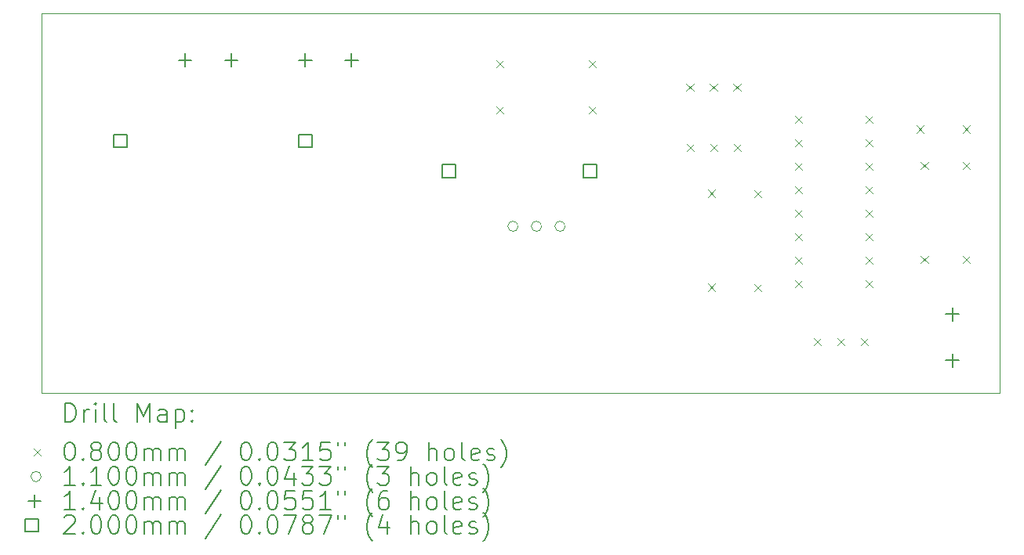
<source format=gbr>
%TF.GenerationSoftware,KiCad,Pcbnew,9.0.4*%
%TF.CreationDate,2025-11-25T15:00:27-03:00*%
%TF.ProjectId,Conversor Boost-MCC. Andr__ Nicollas e Vinicius,436f6e76-6572-4736-9f72-20426f6f7374,rev?*%
%TF.SameCoordinates,Original*%
%TF.FileFunction,Drillmap*%
%TF.FilePolarity,Positive*%
%FSLAX45Y45*%
G04 Gerber Fmt 4.5, Leading zero omitted, Abs format (unit mm)*
G04 Created by KiCad (PCBNEW 9.0.4) date 2025-11-25 15:00:27*
%MOMM*%
%LPD*%
G01*
G04 APERTURE LIST*
%ADD10C,0.050000*%
%ADD11C,0.200000*%
%ADD12C,0.100000*%
%ADD13C,0.110000*%
%ADD14C,0.140000*%
G04 APERTURE END LIST*
D10*
X3450000Y-1800000D02*
X13800000Y-1800000D01*
X13800000Y-5900000D01*
X3450000Y-5900000D01*
X3450000Y-1800000D01*
D11*
D12*
X8360000Y-2300265D02*
X8440000Y-2380265D01*
X8440000Y-2300265D02*
X8360000Y-2380265D01*
X8360000Y-2800265D02*
X8440000Y-2880265D01*
X8440000Y-2800265D02*
X8360000Y-2880265D01*
X9360000Y-2300265D02*
X9440000Y-2380265D01*
X9440000Y-2300265D02*
X9360000Y-2380265D01*
X9360000Y-2800265D02*
X9440000Y-2880265D01*
X9440000Y-2800265D02*
X9360000Y-2880265D01*
X10414000Y-2558000D02*
X10494000Y-2638000D01*
X10494000Y-2558000D02*
X10414000Y-2638000D01*
X10418000Y-3208000D02*
X10498000Y-3288000D01*
X10498000Y-3208000D02*
X10418000Y-3288000D01*
X10647000Y-3702000D02*
X10727000Y-3782000D01*
X10727000Y-3702000D02*
X10647000Y-3782000D01*
X10647000Y-4718000D02*
X10727000Y-4798000D01*
X10727000Y-4718000D02*
X10647000Y-4798000D01*
X10668000Y-2558000D02*
X10748000Y-2638000D01*
X10748000Y-2558000D02*
X10668000Y-2638000D01*
X10672000Y-3208000D02*
X10752000Y-3288000D01*
X10752000Y-3208000D02*
X10672000Y-3288000D01*
X10922000Y-2558000D02*
X11002000Y-2638000D01*
X11002000Y-2558000D02*
X10922000Y-2638000D01*
X10926000Y-3208000D02*
X11006000Y-3288000D01*
X11006000Y-3208000D02*
X10926000Y-3288000D01*
X11147000Y-3710000D02*
X11227000Y-3790000D01*
X11227000Y-3710000D02*
X11147000Y-3790000D01*
X11147000Y-4726000D02*
X11227000Y-4806000D01*
X11227000Y-4726000D02*
X11147000Y-4806000D01*
X11585000Y-2902000D02*
X11665000Y-2982000D01*
X11665000Y-2902000D02*
X11585000Y-2982000D01*
X11585000Y-3156000D02*
X11665000Y-3236000D01*
X11665000Y-3156000D02*
X11585000Y-3236000D01*
X11585000Y-3410000D02*
X11665000Y-3490000D01*
X11665000Y-3410000D02*
X11585000Y-3490000D01*
X11585000Y-3664000D02*
X11665000Y-3744000D01*
X11665000Y-3664000D02*
X11585000Y-3744000D01*
X11585000Y-3918000D02*
X11665000Y-3998000D01*
X11665000Y-3918000D02*
X11585000Y-3998000D01*
X11585000Y-4172000D02*
X11665000Y-4252000D01*
X11665000Y-4172000D02*
X11585000Y-4252000D01*
X11585000Y-4426000D02*
X11665000Y-4506000D01*
X11665000Y-4426000D02*
X11585000Y-4506000D01*
X11585000Y-4680000D02*
X11665000Y-4760000D01*
X11665000Y-4680000D02*
X11585000Y-4760000D01*
X11789000Y-5310000D02*
X11869000Y-5390000D01*
X11869000Y-5310000D02*
X11789000Y-5390000D01*
X12043000Y-5310000D02*
X12123000Y-5390000D01*
X12123000Y-5310000D02*
X12043000Y-5390000D01*
X12297000Y-5310000D02*
X12377000Y-5390000D01*
X12377000Y-5310000D02*
X12297000Y-5390000D01*
X12347000Y-2902000D02*
X12427000Y-2982000D01*
X12427000Y-2902000D02*
X12347000Y-2982000D01*
X12347000Y-3156000D02*
X12427000Y-3236000D01*
X12427000Y-3156000D02*
X12347000Y-3236000D01*
X12347000Y-3410000D02*
X12427000Y-3490000D01*
X12427000Y-3410000D02*
X12347000Y-3490000D01*
X12347000Y-3664000D02*
X12427000Y-3744000D01*
X12427000Y-3664000D02*
X12347000Y-3744000D01*
X12347000Y-3918000D02*
X12427000Y-3998000D01*
X12427000Y-3918000D02*
X12347000Y-3998000D01*
X12347000Y-4172000D02*
X12427000Y-4252000D01*
X12427000Y-4172000D02*
X12347000Y-4252000D01*
X12347000Y-4426000D02*
X12427000Y-4506000D01*
X12427000Y-4426000D02*
X12347000Y-4506000D01*
X12347000Y-4680000D02*
X12427000Y-4760000D01*
X12427000Y-4680000D02*
X12347000Y-4760000D01*
X12897000Y-3010000D02*
X12977000Y-3090000D01*
X12977000Y-3010000D02*
X12897000Y-3090000D01*
X12947000Y-3402000D02*
X13027000Y-3482000D01*
X13027000Y-3402000D02*
X12947000Y-3482000D01*
X12947000Y-4418000D02*
X13027000Y-4498000D01*
X13027000Y-4418000D02*
X12947000Y-4498000D01*
X13397000Y-3010000D02*
X13477000Y-3090000D01*
X13477000Y-3010000D02*
X13397000Y-3090000D01*
X13397000Y-3402000D02*
X13477000Y-3482000D01*
X13477000Y-3402000D02*
X13397000Y-3482000D01*
X13397000Y-4418000D02*
X13477000Y-4498000D01*
X13477000Y-4418000D02*
X13397000Y-4498000D01*
D13*
X8597000Y-4100000D02*
G75*
G02*
X8487000Y-4100000I-55000J0D01*
G01*
X8487000Y-4100000D02*
G75*
G02*
X8597000Y-4100000I55000J0D01*
G01*
X8851000Y-4100000D02*
G75*
G02*
X8741000Y-4100000I-55000J0D01*
G01*
X8741000Y-4100000D02*
G75*
G02*
X8851000Y-4100000I55000J0D01*
G01*
X9105000Y-4100000D02*
G75*
G02*
X8995000Y-4100000I-55000J0D01*
G01*
X8995000Y-4100000D02*
G75*
G02*
X9105000Y-4100000I55000J0D01*
G01*
D14*
X5000000Y-2230000D02*
X5000000Y-2370000D01*
X4930000Y-2300000D02*
X5070000Y-2300000D01*
X5500000Y-2230000D02*
X5500000Y-2370000D01*
X5430000Y-2300000D02*
X5570000Y-2300000D01*
X6300000Y-2230000D02*
X6300000Y-2370000D01*
X6230000Y-2300000D02*
X6370000Y-2300000D01*
X6800000Y-2230000D02*
X6800000Y-2370000D01*
X6730000Y-2300000D02*
X6870000Y-2300000D01*
X13287000Y-4980000D02*
X13287000Y-5120000D01*
X13217000Y-5050000D02*
X13357000Y-5050000D01*
X13287000Y-5480000D02*
X13287000Y-5620000D01*
X13217000Y-5550000D02*
X13357000Y-5550000D01*
D11*
X4370711Y-3245711D02*
X4370711Y-3104289D01*
X4229289Y-3104289D01*
X4229289Y-3245711D01*
X4370711Y-3245711D01*
X6370711Y-3245711D02*
X6370711Y-3104289D01*
X6229289Y-3104289D01*
X6229289Y-3245711D01*
X6370711Y-3245711D01*
X7920711Y-3570711D02*
X7920711Y-3429289D01*
X7779289Y-3429289D01*
X7779289Y-3570711D01*
X7920711Y-3570711D01*
X9445711Y-3570711D02*
X9445711Y-3429289D01*
X9304289Y-3429289D01*
X9304289Y-3570711D01*
X9445711Y-3570711D01*
X3708277Y-6213984D02*
X3708277Y-6013984D01*
X3708277Y-6013984D02*
X3755896Y-6013984D01*
X3755896Y-6013984D02*
X3784467Y-6023508D01*
X3784467Y-6023508D02*
X3803515Y-6042555D01*
X3803515Y-6042555D02*
X3813039Y-6061603D01*
X3813039Y-6061603D02*
X3822562Y-6099698D01*
X3822562Y-6099698D02*
X3822562Y-6128269D01*
X3822562Y-6128269D02*
X3813039Y-6166365D01*
X3813039Y-6166365D02*
X3803515Y-6185412D01*
X3803515Y-6185412D02*
X3784467Y-6204460D01*
X3784467Y-6204460D02*
X3755896Y-6213984D01*
X3755896Y-6213984D02*
X3708277Y-6213984D01*
X3908277Y-6213984D02*
X3908277Y-6080650D01*
X3908277Y-6118746D02*
X3917801Y-6099698D01*
X3917801Y-6099698D02*
X3927324Y-6090174D01*
X3927324Y-6090174D02*
X3946372Y-6080650D01*
X3946372Y-6080650D02*
X3965420Y-6080650D01*
X4032086Y-6213984D02*
X4032086Y-6080650D01*
X4032086Y-6013984D02*
X4022562Y-6023508D01*
X4022562Y-6023508D02*
X4032086Y-6033031D01*
X4032086Y-6033031D02*
X4041610Y-6023508D01*
X4041610Y-6023508D02*
X4032086Y-6013984D01*
X4032086Y-6013984D02*
X4032086Y-6033031D01*
X4155896Y-6213984D02*
X4136848Y-6204460D01*
X4136848Y-6204460D02*
X4127324Y-6185412D01*
X4127324Y-6185412D02*
X4127324Y-6013984D01*
X4260658Y-6213984D02*
X4241610Y-6204460D01*
X4241610Y-6204460D02*
X4232086Y-6185412D01*
X4232086Y-6185412D02*
X4232086Y-6013984D01*
X4489229Y-6213984D02*
X4489229Y-6013984D01*
X4489229Y-6013984D02*
X4555896Y-6156841D01*
X4555896Y-6156841D02*
X4622563Y-6013984D01*
X4622563Y-6013984D02*
X4622563Y-6213984D01*
X4803515Y-6213984D02*
X4803515Y-6109222D01*
X4803515Y-6109222D02*
X4793991Y-6090174D01*
X4793991Y-6090174D02*
X4774944Y-6080650D01*
X4774944Y-6080650D02*
X4736848Y-6080650D01*
X4736848Y-6080650D02*
X4717801Y-6090174D01*
X4803515Y-6204460D02*
X4784467Y-6213984D01*
X4784467Y-6213984D02*
X4736848Y-6213984D01*
X4736848Y-6213984D02*
X4717801Y-6204460D01*
X4717801Y-6204460D02*
X4708277Y-6185412D01*
X4708277Y-6185412D02*
X4708277Y-6166365D01*
X4708277Y-6166365D02*
X4717801Y-6147317D01*
X4717801Y-6147317D02*
X4736848Y-6137793D01*
X4736848Y-6137793D02*
X4784467Y-6137793D01*
X4784467Y-6137793D02*
X4803515Y-6128269D01*
X4898753Y-6080650D02*
X4898753Y-6280650D01*
X4898753Y-6090174D02*
X4917801Y-6080650D01*
X4917801Y-6080650D02*
X4955896Y-6080650D01*
X4955896Y-6080650D02*
X4974944Y-6090174D01*
X4974944Y-6090174D02*
X4984467Y-6099698D01*
X4984467Y-6099698D02*
X4993991Y-6118746D01*
X4993991Y-6118746D02*
X4993991Y-6175888D01*
X4993991Y-6175888D02*
X4984467Y-6194936D01*
X4984467Y-6194936D02*
X4974944Y-6204460D01*
X4974944Y-6204460D02*
X4955896Y-6213984D01*
X4955896Y-6213984D02*
X4917801Y-6213984D01*
X4917801Y-6213984D02*
X4898753Y-6204460D01*
X5079705Y-6194936D02*
X5089229Y-6204460D01*
X5089229Y-6204460D02*
X5079705Y-6213984D01*
X5079705Y-6213984D02*
X5070182Y-6204460D01*
X5070182Y-6204460D02*
X5079705Y-6194936D01*
X5079705Y-6194936D02*
X5079705Y-6213984D01*
X5079705Y-6090174D02*
X5089229Y-6099698D01*
X5089229Y-6099698D02*
X5079705Y-6109222D01*
X5079705Y-6109222D02*
X5070182Y-6099698D01*
X5070182Y-6099698D02*
X5079705Y-6090174D01*
X5079705Y-6090174D02*
X5079705Y-6109222D01*
D12*
X3367500Y-6502500D02*
X3447500Y-6582500D01*
X3447500Y-6502500D02*
X3367500Y-6582500D01*
D11*
X3746372Y-6433984D02*
X3765420Y-6433984D01*
X3765420Y-6433984D02*
X3784467Y-6443508D01*
X3784467Y-6443508D02*
X3793991Y-6453031D01*
X3793991Y-6453031D02*
X3803515Y-6472079D01*
X3803515Y-6472079D02*
X3813039Y-6510174D01*
X3813039Y-6510174D02*
X3813039Y-6557793D01*
X3813039Y-6557793D02*
X3803515Y-6595888D01*
X3803515Y-6595888D02*
X3793991Y-6614936D01*
X3793991Y-6614936D02*
X3784467Y-6624460D01*
X3784467Y-6624460D02*
X3765420Y-6633984D01*
X3765420Y-6633984D02*
X3746372Y-6633984D01*
X3746372Y-6633984D02*
X3727324Y-6624460D01*
X3727324Y-6624460D02*
X3717801Y-6614936D01*
X3717801Y-6614936D02*
X3708277Y-6595888D01*
X3708277Y-6595888D02*
X3698753Y-6557793D01*
X3698753Y-6557793D02*
X3698753Y-6510174D01*
X3698753Y-6510174D02*
X3708277Y-6472079D01*
X3708277Y-6472079D02*
X3717801Y-6453031D01*
X3717801Y-6453031D02*
X3727324Y-6443508D01*
X3727324Y-6443508D02*
X3746372Y-6433984D01*
X3898753Y-6614936D02*
X3908277Y-6624460D01*
X3908277Y-6624460D02*
X3898753Y-6633984D01*
X3898753Y-6633984D02*
X3889229Y-6624460D01*
X3889229Y-6624460D02*
X3898753Y-6614936D01*
X3898753Y-6614936D02*
X3898753Y-6633984D01*
X4022562Y-6519698D02*
X4003515Y-6510174D01*
X4003515Y-6510174D02*
X3993991Y-6500650D01*
X3993991Y-6500650D02*
X3984467Y-6481603D01*
X3984467Y-6481603D02*
X3984467Y-6472079D01*
X3984467Y-6472079D02*
X3993991Y-6453031D01*
X3993991Y-6453031D02*
X4003515Y-6443508D01*
X4003515Y-6443508D02*
X4022562Y-6433984D01*
X4022562Y-6433984D02*
X4060658Y-6433984D01*
X4060658Y-6433984D02*
X4079705Y-6443508D01*
X4079705Y-6443508D02*
X4089229Y-6453031D01*
X4089229Y-6453031D02*
X4098753Y-6472079D01*
X4098753Y-6472079D02*
X4098753Y-6481603D01*
X4098753Y-6481603D02*
X4089229Y-6500650D01*
X4089229Y-6500650D02*
X4079705Y-6510174D01*
X4079705Y-6510174D02*
X4060658Y-6519698D01*
X4060658Y-6519698D02*
X4022562Y-6519698D01*
X4022562Y-6519698D02*
X4003515Y-6529222D01*
X4003515Y-6529222D02*
X3993991Y-6538746D01*
X3993991Y-6538746D02*
X3984467Y-6557793D01*
X3984467Y-6557793D02*
X3984467Y-6595888D01*
X3984467Y-6595888D02*
X3993991Y-6614936D01*
X3993991Y-6614936D02*
X4003515Y-6624460D01*
X4003515Y-6624460D02*
X4022562Y-6633984D01*
X4022562Y-6633984D02*
X4060658Y-6633984D01*
X4060658Y-6633984D02*
X4079705Y-6624460D01*
X4079705Y-6624460D02*
X4089229Y-6614936D01*
X4089229Y-6614936D02*
X4098753Y-6595888D01*
X4098753Y-6595888D02*
X4098753Y-6557793D01*
X4098753Y-6557793D02*
X4089229Y-6538746D01*
X4089229Y-6538746D02*
X4079705Y-6529222D01*
X4079705Y-6529222D02*
X4060658Y-6519698D01*
X4222563Y-6433984D02*
X4241610Y-6433984D01*
X4241610Y-6433984D02*
X4260658Y-6443508D01*
X4260658Y-6443508D02*
X4270182Y-6453031D01*
X4270182Y-6453031D02*
X4279705Y-6472079D01*
X4279705Y-6472079D02*
X4289229Y-6510174D01*
X4289229Y-6510174D02*
X4289229Y-6557793D01*
X4289229Y-6557793D02*
X4279705Y-6595888D01*
X4279705Y-6595888D02*
X4270182Y-6614936D01*
X4270182Y-6614936D02*
X4260658Y-6624460D01*
X4260658Y-6624460D02*
X4241610Y-6633984D01*
X4241610Y-6633984D02*
X4222563Y-6633984D01*
X4222563Y-6633984D02*
X4203515Y-6624460D01*
X4203515Y-6624460D02*
X4193991Y-6614936D01*
X4193991Y-6614936D02*
X4184467Y-6595888D01*
X4184467Y-6595888D02*
X4174943Y-6557793D01*
X4174943Y-6557793D02*
X4174943Y-6510174D01*
X4174943Y-6510174D02*
X4184467Y-6472079D01*
X4184467Y-6472079D02*
X4193991Y-6453031D01*
X4193991Y-6453031D02*
X4203515Y-6443508D01*
X4203515Y-6443508D02*
X4222563Y-6433984D01*
X4413039Y-6433984D02*
X4432086Y-6433984D01*
X4432086Y-6433984D02*
X4451134Y-6443508D01*
X4451134Y-6443508D02*
X4460658Y-6453031D01*
X4460658Y-6453031D02*
X4470182Y-6472079D01*
X4470182Y-6472079D02*
X4479705Y-6510174D01*
X4479705Y-6510174D02*
X4479705Y-6557793D01*
X4479705Y-6557793D02*
X4470182Y-6595888D01*
X4470182Y-6595888D02*
X4460658Y-6614936D01*
X4460658Y-6614936D02*
X4451134Y-6624460D01*
X4451134Y-6624460D02*
X4432086Y-6633984D01*
X4432086Y-6633984D02*
X4413039Y-6633984D01*
X4413039Y-6633984D02*
X4393991Y-6624460D01*
X4393991Y-6624460D02*
X4384467Y-6614936D01*
X4384467Y-6614936D02*
X4374944Y-6595888D01*
X4374944Y-6595888D02*
X4365420Y-6557793D01*
X4365420Y-6557793D02*
X4365420Y-6510174D01*
X4365420Y-6510174D02*
X4374944Y-6472079D01*
X4374944Y-6472079D02*
X4384467Y-6453031D01*
X4384467Y-6453031D02*
X4393991Y-6443508D01*
X4393991Y-6443508D02*
X4413039Y-6433984D01*
X4565420Y-6633984D02*
X4565420Y-6500650D01*
X4565420Y-6519698D02*
X4574944Y-6510174D01*
X4574944Y-6510174D02*
X4593991Y-6500650D01*
X4593991Y-6500650D02*
X4622563Y-6500650D01*
X4622563Y-6500650D02*
X4641610Y-6510174D01*
X4641610Y-6510174D02*
X4651134Y-6529222D01*
X4651134Y-6529222D02*
X4651134Y-6633984D01*
X4651134Y-6529222D02*
X4660658Y-6510174D01*
X4660658Y-6510174D02*
X4679705Y-6500650D01*
X4679705Y-6500650D02*
X4708277Y-6500650D01*
X4708277Y-6500650D02*
X4727325Y-6510174D01*
X4727325Y-6510174D02*
X4736848Y-6529222D01*
X4736848Y-6529222D02*
X4736848Y-6633984D01*
X4832086Y-6633984D02*
X4832086Y-6500650D01*
X4832086Y-6519698D02*
X4841610Y-6510174D01*
X4841610Y-6510174D02*
X4860658Y-6500650D01*
X4860658Y-6500650D02*
X4889229Y-6500650D01*
X4889229Y-6500650D02*
X4908277Y-6510174D01*
X4908277Y-6510174D02*
X4917801Y-6529222D01*
X4917801Y-6529222D02*
X4917801Y-6633984D01*
X4917801Y-6529222D02*
X4927325Y-6510174D01*
X4927325Y-6510174D02*
X4946372Y-6500650D01*
X4946372Y-6500650D02*
X4974944Y-6500650D01*
X4974944Y-6500650D02*
X4993991Y-6510174D01*
X4993991Y-6510174D02*
X5003515Y-6529222D01*
X5003515Y-6529222D02*
X5003515Y-6633984D01*
X5393991Y-6424460D02*
X5222563Y-6681603D01*
X5651134Y-6433984D02*
X5670182Y-6433984D01*
X5670182Y-6433984D02*
X5689229Y-6443508D01*
X5689229Y-6443508D02*
X5698753Y-6453031D01*
X5698753Y-6453031D02*
X5708277Y-6472079D01*
X5708277Y-6472079D02*
X5717801Y-6510174D01*
X5717801Y-6510174D02*
X5717801Y-6557793D01*
X5717801Y-6557793D02*
X5708277Y-6595888D01*
X5708277Y-6595888D02*
X5698753Y-6614936D01*
X5698753Y-6614936D02*
X5689229Y-6624460D01*
X5689229Y-6624460D02*
X5670182Y-6633984D01*
X5670182Y-6633984D02*
X5651134Y-6633984D01*
X5651134Y-6633984D02*
X5632086Y-6624460D01*
X5632086Y-6624460D02*
X5622563Y-6614936D01*
X5622563Y-6614936D02*
X5613039Y-6595888D01*
X5613039Y-6595888D02*
X5603515Y-6557793D01*
X5603515Y-6557793D02*
X5603515Y-6510174D01*
X5603515Y-6510174D02*
X5613039Y-6472079D01*
X5613039Y-6472079D02*
X5622563Y-6453031D01*
X5622563Y-6453031D02*
X5632086Y-6443508D01*
X5632086Y-6443508D02*
X5651134Y-6433984D01*
X5803515Y-6614936D02*
X5813039Y-6624460D01*
X5813039Y-6624460D02*
X5803515Y-6633984D01*
X5803515Y-6633984D02*
X5793991Y-6624460D01*
X5793991Y-6624460D02*
X5803515Y-6614936D01*
X5803515Y-6614936D02*
X5803515Y-6633984D01*
X5936848Y-6433984D02*
X5955896Y-6433984D01*
X5955896Y-6433984D02*
X5974944Y-6443508D01*
X5974944Y-6443508D02*
X5984467Y-6453031D01*
X5984467Y-6453031D02*
X5993991Y-6472079D01*
X5993991Y-6472079D02*
X6003515Y-6510174D01*
X6003515Y-6510174D02*
X6003515Y-6557793D01*
X6003515Y-6557793D02*
X5993991Y-6595888D01*
X5993991Y-6595888D02*
X5984467Y-6614936D01*
X5984467Y-6614936D02*
X5974944Y-6624460D01*
X5974944Y-6624460D02*
X5955896Y-6633984D01*
X5955896Y-6633984D02*
X5936848Y-6633984D01*
X5936848Y-6633984D02*
X5917801Y-6624460D01*
X5917801Y-6624460D02*
X5908277Y-6614936D01*
X5908277Y-6614936D02*
X5898753Y-6595888D01*
X5898753Y-6595888D02*
X5889229Y-6557793D01*
X5889229Y-6557793D02*
X5889229Y-6510174D01*
X5889229Y-6510174D02*
X5898753Y-6472079D01*
X5898753Y-6472079D02*
X5908277Y-6453031D01*
X5908277Y-6453031D02*
X5917801Y-6443508D01*
X5917801Y-6443508D02*
X5936848Y-6433984D01*
X6070182Y-6433984D02*
X6193991Y-6433984D01*
X6193991Y-6433984D02*
X6127325Y-6510174D01*
X6127325Y-6510174D02*
X6155896Y-6510174D01*
X6155896Y-6510174D02*
X6174944Y-6519698D01*
X6174944Y-6519698D02*
X6184467Y-6529222D01*
X6184467Y-6529222D02*
X6193991Y-6548269D01*
X6193991Y-6548269D02*
X6193991Y-6595888D01*
X6193991Y-6595888D02*
X6184467Y-6614936D01*
X6184467Y-6614936D02*
X6174944Y-6624460D01*
X6174944Y-6624460D02*
X6155896Y-6633984D01*
X6155896Y-6633984D02*
X6098753Y-6633984D01*
X6098753Y-6633984D02*
X6079706Y-6624460D01*
X6079706Y-6624460D02*
X6070182Y-6614936D01*
X6384467Y-6633984D02*
X6270182Y-6633984D01*
X6327325Y-6633984D02*
X6327325Y-6433984D01*
X6327325Y-6433984D02*
X6308277Y-6462555D01*
X6308277Y-6462555D02*
X6289229Y-6481603D01*
X6289229Y-6481603D02*
X6270182Y-6491127D01*
X6565420Y-6433984D02*
X6470182Y-6433984D01*
X6470182Y-6433984D02*
X6460658Y-6529222D01*
X6460658Y-6529222D02*
X6470182Y-6519698D01*
X6470182Y-6519698D02*
X6489229Y-6510174D01*
X6489229Y-6510174D02*
X6536848Y-6510174D01*
X6536848Y-6510174D02*
X6555896Y-6519698D01*
X6555896Y-6519698D02*
X6565420Y-6529222D01*
X6565420Y-6529222D02*
X6574944Y-6548269D01*
X6574944Y-6548269D02*
X6574944Y-6595888D01*
X6574944Y-6595888D02*
X6565420Y-6614936D01*
X6565420Y-6614936D02*
X6555896Y-6624460D01*
X6555896Y-6624460D02*
X6536848Y-6633984D01*
X6536848Y-6633984D02*
X6489229Y-6633984D01*
X6489229Y-6633984D02*
X6470182Y-6624460D01*
X6470182Y-6624460D02*
X6460658Y-6614936D01*
X6651134Y-6433984D02*
X6651134Y-6472079D01*
X6727325Y-6433984D02*
X6727325Y-6472079D01*
X7022563Y-6710174D02*
X7013039Y-6700650D01*
X7013039Y-6700650D02*
X6993991Y-6672079D01*
X6993991Y-6672079D02*
X6984468Y-6653031D01*
X6984468Y-6653031D02*
X6974944Y-6624460D01*
X6974944Y-6624460D02*
X6965420Y-6576841D01*
X6965420Y-6576841D02*
X6965420Y-6538746D01*
X6965420Y-6538746D02*
X6974944Y-6491127D01*
X6974944Y-6491127D02*
X6984468Y-6462555D01*
X6984468Y-6462555D02*
X6993991Y-6443508D01*
X6993991Y-6443508D02*
X7013039Y-6414936D01*
X7013039Y-6414936D02*
X7022563Y-6405412D01*
X7079706Y-6433984D02*
X7203515Y-6433984D01*
X7203515Y-6433984D02*
X7136848Y-6510174D01*
X7136848Y-6510174D02*
X7165420Y-6510174D01*
X7165420Y-6510174D02*
X7184468Y-6519698D01*
X7184468Y-6519698D02*
X7193991Y-6529222D01*
X7193991Y-6529222D02*
X7203515Y-6548269D01*
X7203515Y-6548269D02*
X7203515Y-6595888D01*
X7203515Y-6595888D02*
X7193991Y-6614936D01*
X7193991Y-6614936D02*
X7184468Y-6624460D01*
X7184468Y-6624460D02*
X7165420Y-6633984D01*
X7165420Y-6633984D02*
X7108277Y-6633984D01*
X7108277Y-6633984D02*
X7089229Y-6624460D01*
X7089229Y-6624460D02*
X7079706Y-6614936D01*
X7298753Y-6633984D02*
X7336848Y-6633984D01*
X7336848Y-6633984D02*
X7355896Y-6624460D01*
X7355896Y-6624460D02*
X7365420Y-6614936D01*
X7365420Y-6614936D02*
X7384468Y-6586365D01*
X7384468Y-6586365D02*
X7393991Y-6548269D01*
X7393991Y-6548269D02*
X7393991Y-6472079D01*
X7393991Y-6472079D02*
X7384468Y-6453031D01*
X7384468Y-6453031D02*
X7374944Y-6443508D01*
X7374944Y-6443508D02*
X7355896Y-6433984D01*
X7355896Y-6433984D02*
X7317801Y-6433984D01*
X7317801Y-6433984D02*
X7298753Y-6443508D01*
X7298753Y-6443508D02*
X7289229Y-6453031D01*
X7289229Y-6453031D02*
X7279706Y-6472079D01*
X7279706Y-6472079D02*
X7279706Y-6519698D01*
X7279706Y-6519698D02*
X7289229Y-6538746D01*
X7289229Y-6538746D02*
X7298753Y-6548269D01*
X7298753Y-6548269D02*
X7317801Y-6557793D01*
X7317801Y-6557793D02*
X7355896Y-6557793D01*
X7355896Y-6557793D02*
X7374944Y-6548269D01*
X7374944Y-6548269D02*
X7384468Y-6538746D01*
X7384468Y-6538746D02*
X7393991Y-6519698D01*
X7632087Y-6633984D02*
X7632087Y-6433984D01*
X7717801Y-6633984D02*
X7717801Y-6529222D01*
X7717801Y-6529222D02*
X7708277Y-6510174D01*
X7708277Y-6510174D02*
X7689230Y-6500650D01*
X7689230Y-6500650D02*
X7660658Y-6500650D01*
X7660658Y-6500650D02*
X7641610Y-6510174D01*
X7641610Y-6510174D02*
X7632087Y-6519698D01*
X7841610Y-6633984D02*
X7822563Y-6624460D01*
X7822563Y-6624460D02*
X7813039Y-6614936D01*
X7813039Y-6614936D02*
X7803515Y-6595888D01*
X7803515Y-6595888D02*
X7803515Y-6538746D01*
X7803515Y-6538746D02*
X7813039Y-6519698D01*
X7813039Y-6519698D02*
X7822563Y-6510174D01*
X7822563Y-6510174D02*
X7841610Y-6500650D01*
X7841610Y-6500650D02*
X7870182Y-6500650D01*
X7870182Y-6500650D02*
X7889230Y-6510174D01*
X7889230Y-6510174D02*
X7898753Y-6519698D01*
X7898753Y-6519698D02*
X7908277Y-6538746D01*
X7908277Y-6538746D02*
X7908277Y-6595888D01*
X7908277Y-6595888D02*
X7898753Y-6614936D01*
X7898753Y-6614936D02*
X7889230Y-6624460D01*
X7889230Y-6624460D02*
X7870182Y-6633984D01*
X7870182Y-6633984D02*
X7841610Y-6633984D01*
X8022563Y-6633984D02*
X8003515Y-6624460D01*
X8003515Y-6624460D02*
X7993991Y-6605412D01*
X7993991Y-6605412D02*
X7993991Y-6433984D01*
X8174944Y-6624460D02*
X8155896Y-6633984D01*
X8155896Y-6633984D02*
X8117801Y-6633984D01*
X8117801Y-6633984D02*
X8098753Y-6624460D01*
X8098753Y-6624460D02*
X8089230Y-6605412D01*
X8089230Y-6605412D02*
X8089230Y-6529222D01*
X8089230Y-6529222D02*
X8098753Y-6510174D01*
X8098753Y-6510174D02*
X8117801Y-6500650D01*
X8117801Y-6500650D02*
X8155896Y-6500650D01*
X8155896Y-6500650D02*
X8174944Y-6510174D01*
X8174944Y-6510174D02*
X8184468Y-6529222D01*
X8184468Y-6529222D02*
X8184468Y-6548269D01*
X8184468Y-6548269D02*
X8089230Y-6567317D01*
X8260658Y-6624460D02*
X8279706Y-6633984D01*
X8279706Y-6633984D02*
X8317801Y-6633984D01*
X8317801Y-6633984D02*
X8336849Y-6624460D01*
X8336849Y-6624460D02*
X8346372Y-6605412D01*
X8346372Y-6605412D02*
X8346372Y-6595888D01*
X8346372Y-6595888D02*
X8336849Y-6576841D01*
X8336849Y-6576841D02*
X8317801Y-6567317D01*
X8317801Y-6567317D02*
X8289230Y-6567317D01*
X8289230Y-6567317D02*
X8270182Y-6557793D01*
X8270182Y-6557793D02*
X8260658Y-6538746D01*
X8260658Y-6538746D02*
X8260658Y-6529222D01*
X8260658Y-6529222D02*
X8270182Y-6510174D01*
X8270182Y-6510174D02*
X8289230Y-6500650D01*
X8289230Y-6500650D02*
X8317801Y-6500650D01*
X8317801Y-6500650D02*
X8336849Y-6510174D01*
X8413039Y-6710174D02*
X8422563Y-6700650D01*
X8422563Y-6700650D02*
X8441611Y-6672079D01*
X8441611Y-6672079D02*
X8451134Y-6653031D01*
X8451134Y-6653031D02*
X8460658Y-6624460D01*
X8460658Y-6624460D02*
X8470182Y-6576841D01*
X8470182Y-6576841D02*
X8470182Y-6538746D01*
X8470182Y-6538746D02*
X8460658Y-6491127D01*
X8460658Y-6491127D02*
X8451134Y-6462555D01*
X8451134Y-6462555D02*
X8441611Y-6443508D01*
X8441611Y-6443508D02*
X8422563Y-6414936D01*
X8422563Y-6414936D02*
X8413039Y-6405412D01*
D13*
X3447500Y-6806500D02*
G75*
G02*
X3337500Y-6806500I-55000J0D01*
G01*
X3337500Y-6806500D02*
G75*
G02*
X3447500Y-6806500I55000J0D01*
G01*
D11*
X3813039Y-6897984D02*
X3698753Y-6897984D01*
X3755896Y-6897984D02*
X3755896Y-6697984D01*
X3755896Y-6697984D02*
X3736848Y-6726555D01*
X3736848Y-6726555D02*
X3717801Y-6745603D01*
X3717801Y-6745603D02*
X3698753Y-6755127D01*
X3898753Y-6878936D02*
X3908277Y-6888460D01*
X3908277Y-6888460D02*
X3898753Y-6897984D01*
X3898753Y-6897984D02*
X3889229Y-6888460D01*
X3889229Y-6888460D02*
X3898753Y-6878936D01*
X3898753Y-6878936D02*
X3898753Y-6897984D01*
X4098753Y-6897984D02*
X3984467Y-6897984D01*
X4041610Y-6897984D02*
X4041610Y-6697984D01*
X4041610Y-6697984D02*
X4022562Y-6726555D01*
X4022562Y-6726555D02*
X4003515Y-6745603D01*
X4003515Y-6745603D02*
X3984467Y-6755127D01*
X4222563Y-6697984D02*
X4241610Y-6697984D01*
X4241610Y-6697984D02*
X4260658Y-6707508D01*
X4260658Y-6707508D02*
X4270182Y-6717031D01*
X4270182Y-6717031D02*
X4279705Y-6736079D01*
X4279705Y-6736079D02*
X4289229Y-6774174D01*
X4289229Y-6774174D02*
X4289229Y-6821793D01*
X4289229Y-6821793D02*
X4279705Y-6859888D01*
X4279705Y-6859888D02*
X4270182Y-6878936D01*
X4270182Y-6878936D02*
X4260658Y-6888460D01*
X4260658Y-6888460D02*
X4241610Y-6897984D01*
X4241610Y-6897984D02*
X4222563Y-6897984D01*
X4222563Y-6897984D02*
X4203515Y-6888460D01*
X4203515Y-6888460D02*
X4193991Y-6878936D01*
X4193991Y-6878936D02*
X4184467Y-6859888D01*
X4184467Y-6859888D02*
X4174943Y-6821793D01*
X4174943Y-6821793D02*
X4174943Y-6774174D01*
X4174943Y-6774174D02*
X4184467Y-6736079D01*
X4184467Y-6736079D02*
X4193991Y-6717031D01*
X4193991Y-6717031D02*
X4203515Y-6707508D01*
X4203515Y-6707508D02*
X4222563Y-6697984D01*
X4413039Y-6697984D02*
X4432086Y-6697984D01*
X4432086Y-6697984D02*
X4451134Y-6707508D01*
X4451134Y-6707508D02*
X4460658Y-6717031D01*
X4460658Y-6717031D02*
X4470182Y-6736079D01*
X4470182Y-6736079D02*
X4479705Y-6774174D01*
X4479705Y-6774174D02*
X4479705Y-6821793D01*
X4479705Y-6821793D02*
X4470182Y-6859888D01*
X4470182Y-6859888D02*
X4460658Y-6878936D01*
X4460658Y-6878936D02*
X4451134Y-6888460D01*
X4451134Y-6888460D02*
X4432086Y-6897984D01*
X4432086Y-6897984D02*
X4413039Y-6897984D01*
X4413039Y-6897984D02*
X4393991Y-6888460D01*
X4393991Y-6888460D02*
X4384467Y-6878936D01*
X4384467Y-6878936D02*
X4374944Y-6859888D01*
X4374944Y-6859888D02*
X4365420Y-6821793D01*
X4365420Y-6821793D02*
X4365420Y-6774174D01*
X4365420Y-6774174D02*
X4374944Y-6736079D01*
X4374944Y-6736079D02*
X4384467Y-6717031D01*
X4384467Y-6717031D02*
X4393991Y-6707508D01*
X4393991Y-6707508D02*
X4413039Y-6697984D01*
X4565420Y-6897984D02*
X4565420Y-6764650D01*
X4565420Y-6783698D02*
X4574944Y-6774174D01*
X4574944Y-6774174D02*
X4593991Y-6764650D01*
X4593991Y-6764650D02*
X4622563Y-6764650D01*
X4622563Y-6764650D02*
X4641610Y-6774174D01*
X4641610Y-6774174D02*
X4651134Y-6793222D01*
X4651134Y-6793222D02*
X4651134Y-6897984D01*
X4651134Y-6793222D02*
X4660658Y-6774174D01*
X4660658Y-6774174D02*
X4679705Y-6764650D01*
X4679705Y-6764650D02*
X4708277Y-6764650D01*
X4708277Y-6764650D02*
X4727325Y-6774174D01*
X4727325Y-6774174D02*
X4736848Y-6793222D01*
X4736848Y-6793222D02*
X4736848Y-6897984D01*
X4832086Y-6897984D02*
X4832086Y-6764650D01*
X4832086Y-6783698D02*
X4841610Y-6774174D01*
X4841610Y-6774174D02*
X4860658Y-6764650D01*
X4860658Y-6764650D02*
X4889229Y-6764650D01*
X4889229Y-6764650D02*
X4908277Y-6774174D01*
X4908277Y-6774174D02*
X4917801Y-6793222D01*
X4917801Y-6793222D02*
X4917801Y-6897984D01*
X4917801Y-6793222D02*
X4927325Y-6774174D01*
X4927325Y-6774174D02*
X4946372Y-6764650D01*
X4946372Y-6764650D02*
X4974944Y-6764650D01*
X4974944Y-6764650D02*
X4993991Y-6774174D01*
X4993991Y-6774174D02*
X5003515Y-6793222D01*
X5003515Y-6793222D02*
X5003515Y-6897984D01*
X5393991Y-6688460D02*
X5222563Y-6945603D01*
X5651134Y-6697984D02*
X5670182Y-6697984D01*
X5670182Y-6697984D02*
X5689229Y-6707508D01*
X5689229Y-6707508D02*
X5698753Y-6717031D01*
X5698753Y-6717031D02*
X5708277Y-6736079D01*
X5708277Y-6736079D02*
X5717801Y-6774174D01*
X5717801Y-6774174D02*
X5717801Y-6821793D01*
X5717801Y-6821793D02*
X5708277Y-6859888D01*
X5708277Y-6859888D02*
X5698753Y-6878936D01*
X5698753Y-6878936D02*
X5689229Y-6888460D01*
X5689229Y-6888460D02*
X5670182Y-6897984D01*
X5670182Y-6897984D02*
X5651134Y-6897984D01*
X5651134Y-6897984D02*
X5632086Y-6888460D01*
X5632086Y-6888460D02*
X5622563Y-6878936D01*
X5622563Y-6878936D02*
X5613039Y-6859888D01*
X5613039Y-6859888D02*
X5603515Y-6821793D01*
X5603515Y-6821793D02*
X5603515Y-6774174D01*
X5603515Y-6774174D02*
X5613039Y-6736079D01*
X5613039Y-6736079D02*
X5622563Y-6717031D01*
X5622563Y-6717031D02*
X5632086Y-6707508D01*
X5632086Y-6707508D02*
X5651134Y-6697984D01*
X5803515Y-6878936D02*
X5813039Y-6888460D01*
X5813039Y-6888460D02*
X5803515Y-6897984D01*
X5803515Y-6897984D02*
X5793991Y-6888460D01*
X5793991Y-6888460D02*
X5803515Y-6878936D01*
X5803515Y-6878936D02*
X5803515Y-6897984D01*
X5936848Y-6697984D02*
X5955896Y-6697984D01*
X5955896Y-6697984D02*
X5974944Y-6707508D01*
X5974944Y-6707508D02*
X5984467Y-6717031D01*
X5984467Y-6717031D02*
X5993991Y-6736079D01*
X5993991Y-6736079D02*
X6003515Y-6774174D01*
X6003515Y-6774174D02*
X6003515Y-6821793D01*
X6003515Y-6821793D02*
X5993991Y-6859888D01*
X5993991Y-6859888D02*
X5984467Y-6878936D01*
X5984467Y-6878936D02*
X5974944Y-6888460D01*
X5974944Y-6888460D02*
X5955896Y-6897984D01*
X5955896Y-6897984D02*
X5936848Y-6897984D01*
X5936848Y-6897984D02*
X5917801Y-6888460D01*
X5917801Y-6888460D02*
X5908277Y-6878936D01*
X5908277Y-6878936D02*
X5898753Y-6859888D01*
X5898753Y-6859888D02*
X5889229Y-6821793D01*
X5889229Y-6821793D02*
X5889229Y-6774174D01*
X5889229Y-6774174D02*
X5898753Y-6736079D01*
X5898753Y-6736079D02*
X5908277Y-6717031D01*
X5908277Y-6717031D02*
X5917801Y-6707508D01*
X5917801Y-6707508D02*
X5936848Y-6697984D01*
X6174944Y-6764650D02*
X6174944Y-6897984D01*
X6127325Y-6688460D02*
X6079706Y-6831317D01*
X6079706Y-6831317D02*
X6203515Y-6831317D01*
X6260658Y-6697984D02*
X6384467Y-6697984D01*
X6384467Y-6697984D02*
X6317801Y-6774174D01*
X6317801Y-6774174D02*
X6346372Y-6774174D01*
X6346372Y-6774174D02*
X6365420Y-6783698D01*
X6365420Y-6783698D02*
X6374944Y-6793222D01*
X6374944Y-6793222D02*
X6384467Y-6812269D01*
X6384467Y-6812269D02*
X6384467Y-6859888D01*
X6384467Y-6859888D02*
X6374944Y-6878936D01*
X6374944Y-6878936D02*
X6365420Y-6888460D01*
X6365420Y-6888460D02*
X6346372Y-6897984D01*
X6346372Y-6897984D02*
X6289229Y-6897984D01*
X6289229Y-6897984D02*
X6270182Y-6888460D01*
X6270182Y-6888460D02*
X6260658Y-6878936D01*
X6451134Y-6697984D02*
X6574944Y-6697984D01*
X6574944Y-6697984D02*
X6508277Y-6774174D01*
X6508277Y-6774174D02*
X6536848Y-6774174D01*
X6536848Y-6774174D02*
X6555896Y-6783698D01*
X6555896Y-6783698D02*
X6565420Y-6793222D01*
X6565420Y-6793222D02*
X6574944Y-6812269D01*
X6574944Y-6812269D02*
X6574944Y-6859888D01*
X6574944Y-6859888D02*
X6565420Y-6878936D01*
X6565420Y-6878936D02*
X6555896Y-6888460D01*
X6555896Y-6888460D02*
X6536848Y-6897984D01*
X6536848Y-6897984D02*
X6479706Y-6897984D01*
X6479706Y-6897984D02*
X6460658Y-6888460D01*
X6460658Y-6888460D02*
X6451134Y-6878936D01*
X6651134Y-6697984D02*
X6651134Y-6736079D01*
X6727325Y-6697984D02*
X6727325Y-6736079D01*
X7022563Y-6974174D02*
X7013039Y-6964650D01*
X7013039Y-6964650D02*
X6993991Y-6936079D01*
X6993991Y-6936079D02*
X6984468Y-6917031D01*
X6984468Y-6917031D02*
X6974944Y-6888460D01*
X6974944Y-6888460D02*
X6965420Y-6840841D01*
X6965420Y-6840841D02*
X6965420Y-6802746D01*
X6965420Y-6802746D02*
X6974944Y-6755127D01*
X6974944Y-6755127D02*
X6984468Y-6726555D01*
X6984468Y-6726555D02*
X6993991Y-6707508D01*
X6993991Y-6707508D02*
X7013039Y-6678936D01*
X7013039Y-6678936D02*
X7022563Y-6669412D01*
X7079706Y-6697984D02*
X7203515Y-6697984D01*
X7203515Y-6697984D02*
X7136848Y-6774174D01*
X7136848Y-6774174D02*
X7165420Y-6774174D01*
X7165420Y-6774174D02*
X7184468Y-6783698D01*
X7184468Y-6783698D02*
X7193991Y-6793222D01*
X7193991Y-6793222D02*
X7203515Y-6812269D01*
X7203515Y-6812269D02*
X7203515Y-6859888D01*
X7203515Y-6859888D02*
X7193991Y-6878936D01*
X7193991Y-6878936D02*
X7184468Y-6888460D01*
X7184468Y-6888460D02*
X7165420Y-6897984D01*
X7165420Y-6897984D02*
X7108277Y-6897984D01*
X7108277Y-6897984D02*
X7089229Y-6888460D01*
X7089229Y-6888460D02*
X7079706Y-6878936D01*
X7441610Y-6897984D02*
X7441610Y-6697984D01*
X7527325Y-6897984D02*
X7527325Y-6793222D01*
X7527325Y-6793222D02*
X7517801Y-6774174D01*
X7517801Y-6774174D02*
X7498753Y-6764650D01*
X7498753Y-6764650D02*
X7470182Y-6764650D01*
X7470182Y-6764650D02*
X7451134Y-6774174D01*
X7451134Y-6774174D02*
X7441610Y-6783698D01*
X7651134Y-6897984D02*
X7632087Y-6888460D01*
X7632087Y-6888460D02*
X7622563Y-6878936D01*
X7622563Y-6878936D02*
X7613039Y-6859888D01*
X7613039Y-6859888D02*
X7613039Y-6802746D01*
X7613039Y-6802746D02*
X7622563Y-6783698D01*
X7622563Y-6783698D02*
X7632087Y-6774174D01*
X7632087Y-6774174D02*
X7651134Y-6764650D01*
X7651134Y-6764650D02*
X7679706Y-6764650D01*
X7679706Y-6764650D02*
X7698753Y-6774174D01*
X7698753Y-6774174D02*
X7708277Y-6783698D01*
X7708277Y-6783698D02*
X7717801Y-6802746D01*
X7717801Y-6802746D02*
X7717801Y-6859888D01*
X7717801Y-6859888D02*
X7708277Y-6878936D01*
X7708277Y-6878936D02*
X7698753Y-6888460D01*
X7698753Y-6888460D02*
X7679706Y-6897984D01*
X7679706Y-6897984D02*
X7651134Y-6897984D01*
X7832087Y-6897984D02*
X7813039Y-6888460D01*
X7813039Y-6888460D02*
X7803515Y-6869412D01*
X7803515Y-6869412D02*
X7803515Y-6697984D01*
X7984468Y-6888460D02*
X7965420Y-6897984D01*
X7965420Y-6897984D02*
X7927325Y-6897984D01*
X7927325Y-6897984D02*
X7908277Y-6888460D01*
X7908277Y-6888460D02*
X7898753Y-6869412D01*
X7898753Y-6869412D02*
X7898753Y-6793222D01*
X7898753Y-6793222D02*
X7908277Y-6774174D01*
X7908277Y-6774174D02*
X7927325Y-6764650D01*
X7927325Y-6764650D02*
X7965420Y-6764650D01*
X7965420Y-6764650D02*
X7984468Y-6774174D01*
X7984468Y-6774174D02*
X7993991Y-6793222D01*
X7993991Y-6793222D02*
X7993991Y-6812269D01*
X7993991Y-6812269D02*
X7898753Y-6831317D01*
X8070182Y-6888460D02*
X8089230Y-6897984D01*
X8089230Y-6897984D02*
X8127325Y-6897984D01*
X8127325Y-6897984D02*
X8146372Y-6888460D01*
X8146372Y-6888460D02*
X8155896Y-6869412D01*
X8155896Y-6869412D02*
X8155896Y-6859888D01*
X8155896Y-6859888D02*
X8146372Y-6840841D01*
X8146372Y-6840841D02*
X8127325Y-6831317D01*
X8127325Y-6831317D02*
X8098753Y-6831317D01*
X8098753Y-6831317D02*
X8079706Y-6821793D01*
X8079706Y-6821793D02*
X8070182Y-6802746D01*
X8070182Y-6802746D02*
X8070182Y-6793222D01*
X8070182Y-6793222D02*
X8079706Y-6774174D01*
X8079706Y-6774174D02*
X8098753Y-6764650D01*
X8098753Y-6764650D02*
X8127325Y-6764650D01*
X8127325Y-6764650D02*
X8146372Y-6774174D01*
X8222563Y-6974174D02*
X8232087Y-6964650D01*
X8232087Y-6964650D02*
X8251134Y-6936079D01*
X8251134Y-6936079D02*
X8260658Y-6917031D01*
X8260658Y-6917031D02*
X8270182Y-6888460D01*
X8270182Y-6888460D02*
X8279706Y-6840841D01*
X8279706Y-6840841D02*
X8279706Y-6802746D01*
X8279706Y-6802746D02*
X8270182Y-6755127D01*
X8270182Y-6755127D02*
X8260658Y-6726555D01*
X8260658Y-6726555D02*
X8251134Y-6707508D01*
X8251134Y-6707508D02*
X8232087Y-6678936D01*
X8232087Y-6678936D02*
X8222563Y-6669412D01*
D14*
X3377500Y-7000500D02*
X3377500Y-7140500D01*
X3307500Y-7070500D02*
X3447500Y-7070500D01*
D11*
X3813039Y-7161984D02*
X3698753Y-7161984D01*
X3755896Y-7161984D02*
X3755896Y-6961984D01*
X3755896Y-6961984D02*
X3736848Y-6990555D01*
X3736848Y-6990555D02*
X3717801Y-7009603D01*
X3717801Y-7009603D02*
X3698753Y-7019127D01*
X3898753Y-7142936D02*
X3908277Y-7152460D01*
X3908277Y-7152460D02*
X3898753Y-7161984D01*
X3898753Y-7161984D02*
X3889229Y-7152460D01*
X3889229Y-7152460D02*
X3898753Y-7142936D01*
X3898753Y-7142936D02*
X3898753Y-7161984D01*
X4079705Y-7028650D02*
X4079705Y-7161984D01*
X4032086Y-6952460D02*
X3984467Y-7095317D01*
X3984467Y-7095317D02*
X4108277Y-7095317D01*
X4222563Y-6961984D02*
X4241610Y-6961984D01*
X4241610Y-6961984D02*
X4260658Y-6971508D01*
X4260658Y-6971508D02*
X4270182Y-6981031D01*
X4270182Y-6981031D02*
X4279705Y-7000079D01*
X4279705Y-7000079D02*
X4289229Y-7038174D01*
X4289229Y-7038174D02*
X4289229Y-7085793D01*
X4289229Y-7085793D02*
X4279705Y-7123888D01*
X4279705Y-7123888D02*
X4270182Y-7142936D01*
X4270182Y-7142936D02*
X4260658Y-7152460D01*
X4260658Y-7152460D02*
X4241610Y-7161984D01*
X4241610Y-7161984D02*
X4222563Y-7161984D01*
X4222563Y-7161984D02*
X4203515Y-7152460D01*
X4203515Y-7152460D02*
X4193991Y-7142936D01*
X4193991Y-7142936D02*
X4184467Y-7123888D01*
X4184467Y-7123888D02*
X4174943Y-7085793D01*
X4174943Y-7085793D02*
X4174943Y-7038174D01*
X4174943Y-7038174D02*
X4184467Y-7000079D01*
X4184467Y-7000079D02*
X4193991Y-6981031D01*
X4193991Y-6981031D02*
X4203515Y-6971508D01*
X4203515Y-6971508D02*
X4222563Y-6961984D01*
X4413039Y-6961984D02*
X4432086Y-6961984D01*
X4432086Y-6961984D02*
X4451134Y-6971508D01*
X4451134Y-6971508D02*
X4460658Y-6981031D01*
X4460658Y-6981031D02*
X4470182Y-7000079D01*
X4470182Y-7000079D02*
X4479705Y-7038174D01*
X4479705Y-7038174D02*
X4479705Y-7085793D01*
X4479705Y-7085793D02*
X4470182Y-7123888D01*
X4470182Y-7123888D02*
X4460658Y-7142936D01*
X4460658Y-7142936D02*
X4451134Y-7152460D01*
X4451134Y-7152460D02*
X4432086Y-7161984D01*
X4432086Y-7161984D02*
X4413039Y-7161984D01*
X4413039Y-7161984D02*
X4393991Y-7152460D01*
X4393991Y-7152460D02*
X4384467Y-7142936D01*
X4384467Y-7142936D02*
X4374944Y-7123888D01*
X4374944Y-7123888D02*
X4365420Y-7085793D01*
X4365420Y-7085793D02*
X4365420Y-7038174D01*
X4365420Y-7038174D02*
X4374944Y-7000079D01*
X4374944Y-7000079D02*
X4384467Y-6981031D01*
X4384467Y-6981031D02*
X4393991Y-6971508D01*
X4393991Y-6971508D02*
X4413039Y-6961984D01*
X4565420Y-7161984D02*
X4565420Y-7028650D01*
X4565420Y-7047698D02*
X4574944Y-7038174D01*
X4574944Y-7038174D02*
X4593991Y-7028650D01*
X4593991Y-7028650D02*
X4622563Y-7028650D01*
X4622563Y-7028650D02*
X4641610Y-7038174D01*
X4641610Y-7038174D02*
X4651134Y-7057222D01*
X4651134Y-7057222D02*
X4651134Y-7161984D01*
X4651134Y-7057222D02*
X4660658Y-7038174D01*
X4660658Y-7038174D02*
X4679705Y-7028650D01*
X4679705Y-7028650D02*
X4708277Y-7028650D01*
X4708277Y-7028650D02*
X4727325Y-7038174D01*
X4727325Y-7038174D02*
X4736848Y-7057222D01*
X4736848Y-7057222D02*
X4736848Y-7161984D01*
X4832086Y-7161984D02*
X4832086Y-7028650D01*
X4832086Y-7047698D02*
X4841610Y-7038174D01*
X4841610Y-7038174D02*
X4860658Y-7028650D01*
X4860658Y-7028650D02*
X4889229Y-7028650D01*
X4889229Y-7028650D02*
X4908277Y-7038174D01*
X4908277Y-7038174D02*
X4917801Y-7057222D01*
X4917801Y-7057222D02*
X4917801Y-7161984D01*
X4917801Y-7057222D02*
X4927325Y-7038174D01*
X4927325Y-7038174D02*
X4946372Y-7028650D01*
X4946372Y-7028650D02*
X4974944Y-7028650D01*
X4974944Y-7028650D02*
X4993991Y-7038174D01*
X4993991Y-7038174D02*
X5003515Y-7057222D01*
X5003515Y-7057222D02*
X5003515Y-7161984D01*
X5393991Y-6952460D02*
X5222563Y-7209603D01*
X5651134Y-6961984D02*
X5670182Y-6961984D01*
X5670182Y-6961984D02*
X5689229Y-6971508D01*
X5689229Y-6971508D02*
X5698753Y-6981031D01*
X5698753Y-6981031D02*
X5708277Y-7000079D01*
X5708277Y-7000079D02*
X5717801Y-7038174D01*
X5717801Y-7038174D02*
X5717801Y-7085793D01*
X5717801Y-7085793D02*
X5708277Y-7123888D01*
X5708277Y-7123888D02*
X5698753Y-7142936D01*
X5698753Y-7142936D02*
X5689229Y-7152460D01*
X5689229Y-7152460D02*
X5670182Y-7161984D01*
X5670182Y-7161984D02*
X5651134Y-7161984D01*
X5651134Y-7161984D02*
X5632086Y-7152460D01*
X5632086Y-7152460D02*
X5622563Y-7142936D01*
X5622563Y-7142936D02*
X5613039Y-7123888D01*
X5613039Y-7123888D02*
X5603515Y-7085793D01*
X5603515Y-7085793D02*
X5603515Y-7038174D01*
X5603515Y-7038174D02*
X5613039Y-7000079D01*
X5613039Y-7000079D02*
X5622563Y-6981031D01*
X5622563Y-6981031D02*
X5632086Y-6971508D01*
X5632086Y-6971508D02*
X5651134Y-6961984D01*
X5803515Y-7142936D02*
X5813039Y-7152460D01*
X5813039Y-7152460D02*
X5803515Y-7161984D01*
X5803515Y-7161984D02*
X5793991Y-7152460D01*
X5793991Y-7152460D02*
X5803515Y-7142936D01*
X5803515Y-7142936D02*
X5803515Y-7161984D01*
X5936848Y-6961984D02*
X5955896Y-6961984D01*
X5955896Y-6961984D02*
X5974944Y-6971508D01*
X5974944Y-6971508D02*
X5984467Y-6981031D01*
X5984467Y-6981031D02*
X5993991Y-7000079D01*
X5993991Y-7000079D02*
X6003515Y-7038174D01*
X6003515Y-7038174D02*
X6003515Y-7085793D01*
X6003515Y-7085793D02*
X5993991Y-7123888D01*
X5993991Y-7123888D02*
X5984467Y-7142936D01*
X5984467Y-7142936D02*
X5974944Y-7152460D01*
X5974944Y-7152460D02*
X5955896Y-7161984D01*
X5955896Y-7161984D02*
X5936848Y-7161984D01*
X5936848Y-7161984D02*
X5917801Y-7152460D01*
X5917801Y-7152460D02*
X5908277Y-7142936D01*
X5908277Y-7142936D02*
X5898753Y-7123888D01*
X5898753Y-7123888D02*
X5889229Y-7085793D01*
X5889229Y-7085793D02*
X5889229Y-7038174D01*
X5889229Y-7038174D02*
X5898753Y-7000079D01*
X5898753Y-7000079D02*
X5908277Y-6981031D01*
X5908277Y-6981031D02*
X5917801Y-6971508D01*
X5917801Y-6971508D02*
X5936848Y-6961984D01*
X6184467Y-6961984D02*
X6089229Y-6961984D01*
X6089229Y-6961984D02*
X6079706Y-7057222D01*
X6079706Y-7057222D02*
X6089229Y-7047698D01*
X6089229Y-7047698D02*
X6108277Y-7038174D01*
X6108277Y-7038174D02*
X6155896Y-7038174D01*
X6155896Y-7038174D02*
X6174944Y-7047698D01*
X6174944Y-7047698D02*
X6184467Y-7057222D01*
X6184467Y-7057222D02*
X6193991Y-7076269D01*
X6193991Y-7076269D02*
X6193991Y-7123888D01*
X6193991Y-7123888D02*
X6184467Y-7142936D01*
X6184467Y-7142936D02*
X6174944Y-7152460D01*
X6174944Y-7152460D02*
X6155896Y-7161984D01*
X6155896Y-7161984D02*
X6108277Y-7161984D01*
X6108277Y-7161984D02*
X6089229Y-7152460D01*
X6089229Y-7152460D02*
X6079706Y-7142936D01*
X6374944Y-6961984D02*
X6279706Y-6961984D01*
X6279706Y-6961984D02*
X6270182Y-7057222D01*
X6270182Y-7057222D02*
X6279706Y-7047698D01*
X6279706Y-7047698D02*
X6298753Y-7038174D01*
X6298753Y-7038174D02*
X6346372Y-7038174D01*
X6346372Y-7038174D02*
X6365420Y-7047698D01*
X6365420Y-7047698D02*
X6374944Y-7057222D01*
X6374944Y-7057222D02*
X6384467Y-7076269D01*
X6384467Y-7076269D02*
X6384467Y-7123888D01*
X6384467Y-7123888D02*
X6374944Y-7142936D01*
X6374944Y-7142936D02*
X6365420Y-7152460D01*
X6365420Y-7152460D02*
X6346372Y-7161984D01*
X6346372Y-7161984D02*
X6298753Y-7161984D01*
X6298753Y-7161984D02*
X6279706Y-7152460D01*
X6279706Y-7152460D02*
X6270182Y-7142936D01*
X6574944Y-7161984D02*
X6460658Y-7161984D01*
X6517801Y-7161984D02*
X6517801Y-6961984D01*
X6517801Y-6961984D02*
X6498753Y-6990555D01*
X6498753Y-6990555D02*
X6479706Y-7009603D01*
X6479706Y-7009603D02*
X6460658Y-7019127D01*
X6651134Y-6961984D02*
X6651134Y-7000079D01*
X6727325Y-6961984D02*
X6727325Y-7000079D01*
X7022563Y-7238174D02*
X7013039Y-7228650D01*
X7013039Y-7228650D02*
X6993991Y-7200079D01*
X6993991Y-7200079D02*
X6984468Y-7181031D01*
X6984468Y-7181031D02*
X6974944Y-7152460D01*
X6974944Y-7152460D02*
X6965420Y-7104841D01*
X6965420Y-7104841D02*
X6965420Y-7066746D01*
X6965420Y-7066746D02*
X6974944Y-7019127D01*
X6974944Y-7019127D02*
X6984468Y-6990555D01*
X6984468Y-6990555D02*
X6993991Y-6971508D01*
X6993991Y-6971508D02*
X7013039Y-6942936D01*
X7013039Y-6942936D02*
X7022563Y-6933412D01*
X7184468Y-6961984D02*
X7146372Y-6961984D01*
X7146372Y-6961984D02*
X7127325Y-6971508D01*
X7127325Y-6971508D02*
X7117801Y-6981031D01*
X7117801Y-6981031D02*
X7098753Y-7009603D01*
X7098753Y-7009603D02*
X7089229Y-7047698D01*
X7089229Y-7047698D02*
X7089229Y-7123888D01*
X7089229Y-7123888D02*
X7098753Y-7142936D01*
X7098753Y-7142936D02*
X7108277Y-7152460D01*
X7108277Y-7152460D02*
X7127325Y-7161984D01*
X7127325Y-7161984D02*
X7165420Y-7161984D01*
X7165420Y-7161984D02*
X7184468Y-7152460D01*
X7184468Y-7152460D02*
X7193991Y-7142936D01*
X7193991Y-7142936D02*
X7203515Y-7123888D01*
X7203515Y-7123888D02*
X7203515Y-7076269D01*
X7203515Y-7076269D02*
X7193991Y-7057222D01*
X7193991Y-7057222D02*
X7184468Y-7047698D01*
X7184468Y-7047698D02*
X7165420Y-7038174D01*
X7165420Y-7038174D02*
X7127325Y-7038174D01*
X7127325Y-7038174D02*
X7108277Y-7047698D01*
X7108277Y-7047698D02*
X7098753Y-7057222D01*
X7098753Y-7057222D02*
X7089229Y-7076269D01*
X7441610Y-7161984D02*
X7441610Y-6961984D01*
X7527325Y-7161984D02*
X7527325Y-7057222D01*
X7527325Y-7057222D02*
X7517801Y-7038174D01*
X7517801Y-7038174D02*
X7498753Y-7028650D01*
X7498753Y-7028650D02*
X7470182Y-7028650D01*
X7470182Y-7028650D02*
X7451134Y-7038174D01*
X7451134Y-7038174D02*
X7441610Y-7047698D01*
X7651134Y-7161984D02*
X7632087Y-7152460D01*
X7632087Y-7152460D02*
X7622563Y-7142936D01*
X7622563Y-7142936D02*
X7613039Y-7123888D01*
X7613039Y-7123888D02*
X7613039Y-7066746D01*
X7613039Y-7066746D02*
X7622563Y-7047698D01*
X7622563Y-7047698D02*
X7632087Y-7038174D01*
X7632087Y-7038174D02*
X7651134Y-7028650D01*
X7651134Y-7028650D02*
X7679706Y-7028650D01*
X7679706Y-7028650D02*
X7698753Y-7038174D01*
X7698753Y-7038174D02*
X7708277Y-7047698D01*
X7708277Y-7047698D02*
X7717801Y-7066746D01*
X7717801Y-7066746D02*
X7717801Y-7123888D01*
X7717801Y-7123888D02*
X7708277Y-7142936D01*
X7708277Y-7142936D02*
X7698753Y-7152460D01*
X7698753Y-7152460D02*
X7679706Y-7161984D01*
X7679706Y-7161984D02*
X7651134Y-7161984D01*
X7832087Y-7161984D02*
X7813039Y-7152460D01*
X7813039Y-7152460D02*
X7803515Y-7133412D01*
X7803515Y-7133412D02*
X7803515Y-6961984D01*
X7984468Y-7152460D02*
X7965420Y-7161984D01*
X7965420Y-7161984D02*
X7927325Y-7161984D01*
X7927325Y-7161984D02*
X7908277Y-7152460D01*
X7908277Y-7152460D02*
X7898753Y-7133412D01*
X7898753Y-7133412D02*
X7898753Y-7057222D01*
X7898753Y-7057222D02*
X7908277Y-7038174D01*
X7908277Y-7038174D02*
X7927325Y-7028650D01*
X7927325Y-7028650D02*
X7965420Y-7028650D01*
X7965420Y-7028650D02*
X7984468Y-7038174D01*
X7984468Y-7038174D02*
X7993991Y-7057222D01*
X7993991Y-7057222D02*
X7993991Y-7076269D01*
X7993991Y-7076269D02*
X7898753Y-7095317D01*
X8070182Y-7152460D02*
X8089230Y-7161984D01*
X8089230Y-7161984D02*
X8127325Y-7161984D01*
X8127325Y-7161984D02*
X8146372Y-7152460D01*
X8146372Y-7152460D02*
X8155896Y-7133412D01*
X8155896Y-7133412D02*
X8155896Y-7123888D01*
X8155896Y-7123888D02*
X8146372Y-7104841D01*
X8146372Y-7104841D02*
X8127325Y-7095317D01*
X8127325Y-7095317D02*
X8098753Y-7095317D01*
X8098753Y-7095317D02*
X8079706Y-7085793D01*
X8079706Y-7085793D02*
X8070182Y-7066746D01*
X8070182Y-7066746D02*
X8070182Y-7057222D01*
X8070182Y-7057222D02*
X8079706Y-7038174D01*
X8079706Y-7038174D02*
X8098753Y-7028650D01*
X8098753Y-7028650D02*
X8127325Y-7028650D01*
X8127325Y-7028650D02*
X8146372Y-7038174D01*
X8222563Y-7238174D02*
X8232087Y-7228650D01*
X8232087Y-7228650D02*
X8251134Y-7200079D01*
X8251134Y-7200079D02*
X8260658Y-7181031D01*
X8260658Y-7181031D02*
X8270182Y-7152460D01*
X8270182Y-7152460D02*
X8279706Y-7104841D01*
X8279706Y-7104841D02*
X8279706Y-7066746D01*
X8279706Y-7066746D02*
X8270182Y-7019127D01*
X8270182Y-7019127D02*
X8260658Y-6990555D01*
X8260658Y-6990555D02*
X8251134Y-6971508D01*
X8251134Y-6971508D02*
X8232087Y-6942936D01*
X8232087Y-6942936D02*
X8222563Y-6933412D01*
X3418211Y-7405211D02*
X3418211Y-7263789D01*
X3276789Y-7263789D01*
X3276789Y-7405211D01*
X3418211Y-7405211D01*
X3698753Y-7245031D02*
X3708277Y-7235508D01*
X3708277Y-7235508D02*
X3727324Y-7225984D01*
X3727324Y-7225984D02*
X3774943Y-7225984D01*
X3774943Y-7225984D02*
X3793991Y-7235508D01*
X3793991Y-7235508D02*
X3803515Y-7245031D01*
X3803515Y-7245031D02*
X3813039Y-7264079D01*
X3813039Y-7264079D02*
X3813039Y-7283127D01*
X3813039Y-7283127D02*
X3803515Y-7311698D01*
X3803515Y-7311698D02*
X3689229Y-7425984D01*
X3689229Y-7425984D02*
X3813039Y-7425984D01*
X3898753Y-7406936D02*
X3908277Y-7416460D01*
X3908277Y-7416460D02*
X3898753Y-7425984D01*
X3898753Y-7425984D02*
X3889229Y-7416460D01*
X3889229Y-7416460D02*
X3898753Y-7406936D01*
X3898753Y-7406936D02*
X3898753Y-7425984D01*
X4032086Y-7225984D02*
X4051134Y-7225984D01*
X4051134Y-7225984D02*
X4070182Y-7235508D01*
X4070182Y-7235508D02*
X4079705Y-7245031D01*
X4079705Y-7245031D02*
X4089229Y-7264079D01*
X4089229Y-7264079D02*
X4098753Y-7302174D01*
X4098753Y-7302174D02*
X4098753Y-7349793D01*
X4098753Y-7349793D02*
X4089229Y-7387888D01*
X4089229Y-7387888D02*
X4079705Y-7406936D01*
X4079705Y-7406936D02*
X4070182Y-7416460D01*
X4070182Y-7416460D02*
X4051134Y-7425984D01*
X4051134Y-7425984D02*
X4032086Y-7425984D01*
X4032086Y-7425984D02*
X4013039Y-7416460D01*
X4013039Y-7416460D02*
X4003515Y-7406936D01*
X4003515Y-7406936D02*
X3993991Y-7387888D01*
X3993991Y-7387888D02*
X3984467Y-7349793D01*
X3984467Y-7349793D02*
X3984467Y-7302174D01*
X3984467Y-7302174D02*
X3993991Y-7264079D01*
X3993991Y-7264079D02*
X4003515Y-7245031D01*
X4003515Y-7245031D02*
X4013039Y-7235508D01*
X4013039Y-7235508D02*
X4032086Y-7225984D01*
X4222563Y-7225984D02*
X4241610Y-7225984D01*
X4241610Y-7225984D02*
X4260658Y-7235508D01*
X4260658Y-7235508D02*
X4270182Y-7245031D01*
X4270182Y-7245031D02*
X4279705Y-7264079D01*
X4279705Y-7264079D02*
X4289229Y-7302174D01*
X4289229Y-7302174D02*
X4289229Y-7349793D01*
X4289229Y-7349793D02*
X4279705Y-7387888D01*
X4279705Y-7387888D02*
X4270182Y-7406936D01*
X4270182Y-7406936D02*
X4260658Y-7416460D01*
X4260658Y-7416460D02*
X4241610Y-7425984D01*
X4241610Y-7425984D02*
X4222563Y-7425984D01*
X4222563Y-7425984D02*
X4203515Y-7416460D01*
X4203515Y-7416460D02*
X4193991Y-7406936D01*
X4193991Y-7406936D02*
X4184467Y-7387888D01*
X4184467Y-7387888D02*
X4174943Y-7349793D01*
X4174943Y-7349793D02*
X4174943Y-7302174D01*
X4174943Y-7302174D02*
X4184467Y-7264079D01*
X4184467Y-7264079D02*
X4193991Y-7245031D01*
X4193991Y-7245031D02*
X4203515Y-7235508D01*
X4203515Y-7235508D02*
X4222563Y-7225984D01*
X4413039Y-7225984D02*
X4432086Y-7225984D01*
X4432086Y-7225984D02*
X4451134Y-7235508D01*
X4451134Y-7235508D02*
X4460658Y-7245031D01*
X4460658Y-7245031D02*
X4470182Y-7264079D01*
X4470182Y-7264079D02*
X4479705Y-7302174D01*
X4479705Y-7302174D02*
X4479705Y-7349793D01*
X4479705Y-7349793D02*
X4470182Y-7387888D01*
X4470182Y-7387888D02*
X4460658Y-7406936D01*
X4460658Y-7406936D02*
X4451134Y-7416460D01*
X4451134Y-7416460D02*
X4432086Y-7425984D01*
X4432086Y-7425984D02*
X4413039Y-7425984D01*
X4413039Y-7425984D02*
X4393991Y-7416460D01*
X4393991Y-7416460D02*
X4384467Y-7406936D01*
X4384467Y-7406936D02*
X4374944Y-7387888D01*
X4374944Y-7387888D02*
X4365420Y-7349793D01*
X4365420Y-7349793D02*
X4365420Y-7302174D01*
X4365420Y-7302174D02*
X4374944Y-7264079D01*
X4374944Y-7264079D02*
X4384467Y-7245031D01*
X4384467Y-7245031D02*
X4393991Y-7235508D01*
X4393991Y-7235508D02*
X4413039Y-7225984D01*
X4565420Y-7425984D02*
X4565420Y-7292650D01*
X4565420Y-7311698D02*
X4574944Y-7302174D01*
X4574944Y-7302174D02*
X4593991Y-7292650D01*
X4593991Y-7292650D02*
X4622563Y-7292650D01*
X4622563Y-7292650D02*
X4641610Y-7302174D01*
X4641610Y-7302174D02*
X4651134Y-7321222D01*
X4651134Y-7321222D02*
X4651134Y-7425984D01*
X4651134Y-7321222D02*
X4660658Y-7302174D01*
X4660658Y-7302174D02*
X4679705Y-7292650D01*
X4679705Y-7292650D02*
X4708277Y-7292650D01*
X4708277Y-7292650D02*
X4727325Y-7302174D01*
X4727325Y-7302174D02*
X4736848Y-7321222D01*
X4736848Y-7321222D02*
X4736848Y-7425984D01*
X4832086Y-7425984D02*
X4832086Y-7292650D01*
X4832086Y-7311698D02*
X4841610Y-7302174D01*
X4841610Y-7302174D02*
X4860658Y-7292650D01*
X4860658Y-7292650D02*
X4889229Y-7292650D01*
X4889229Y-7292650D02*
X4908277Y-7302174D01*
X4908277Y-7302174D02*
X4917801Y-7321222D01*
X4917801Y-7321222D02*
X4917801Y-7425984D01*
X4917801Y-7321222D02*
X4927325Y-7302174D01*
X4927325Y-7302174D02*
X4946372Y-7292650D01*
X4946372Y-7292650D02*
X4974944Y-7292650D01*
X4974944Y-7292650D02*
X4993991Y-7302174D01*
X4993991Y-7302174D02*
X5003515Y-7321222D01*
X5003515Y-7321222D02*
X5003515Y-7425984D01*
X5393991Y-7216460D02*
X5222563Y-7473603D01*
X5651134Y-7225984D02*
X5670182Y-7225984D01*
X5670182Y-7225984D02*
X5689229Y-7235508D01*
X5689229Y-7235508D02*
X5698753Y-7245031D01*
X5698753Y-7245031D02*
X5708277Y-7264079D01*
X5708277Y-7264079D02*
X5717801Y-7302174D01*
X5717801Y-7302174D02*
X5717801Y-7349793D01*
X5717801Y-7349793D02*
X5708277Y-7387888D01*
X5708277Y-7387888D02*
X5698753Y-7406936D01*
X5698753Y-7406936D02*
X5689229Y-7416460D01*
X5689229Y-7416460D02*
X5670182Y-7425984D01*
X5670182Y-7425984D02*
X5651134Y-7425984D01*
X5651134Y-7425984D02*
X5632086Y-7416460D01*
X5632086Y-7416460D02*
X5622563Y-7406936D01*
X5622563Y-7406936D02*
X5613039Y-7387888D01*
X5613039Y-7387888D02*
X5603515Y-7349793D01*
X5603515Y-7349793D02*
X5603515Y-7302174D01*
X5603515Y-7302174D02*
X5613039Y-7264079D01*
X5613039Y-7264079D02*
X5622563Y-7245031D01*
X5622563Y-7245031D02*
X5632086Y-7235508D01*
X5632086Y-7235508D02*
X5651134Y-7225984D01*
X5803515Y-7406936D02*
X5813039Y-7416460D01*
X5813039Y-7416460D02*
X5803515Y-7425984D01*
X5803515Y-7425984D02*
X5793991Y-7416460D01*
X5793991Y-7416460D02*
X5803515Y-7406936D01*
X5803515Y-7406936D02*
X5803515Y-7425984D01*
X5936848Y-7225984D02*
X5955896Y-7225984D01*
X5955896Y-7225984D02*
X5974944Y-7235508D01*
X5974944Y-7235508D02*
X5984467Y-7245031D01*
X5984467Y-7245031D02*
X5993991Y-7264079D01*
X5993991Y-7264079D02*
X6003515Y-7302174D01*
X6003515Y-7302174D02*
X6003515Y-7349793D01*
X6003515Y-7349793D02*
X5993991Y-7387888D01*
X5993991Y-7387888D02*
X5984467Y-7406936D01*
X5984467Y-7406936D02*
X5974944Y-7416460D01*
X5974944Y-7416460D02*
X5955896Y-7425984D01*
X5955896Y-7425984D02*
X5936848Y-7425984D01*
X5936848Y-7425984D02*
X5917801Y-7416460D01*
X5917801Y-7416460D02*
X5908277Y-7406936D01*
X5908277Y-7406936D02*
X5898753Y-7387888D01*
X5898753Y-7387888D02*
X5889229Y-7349793D01*
X5889229Y-7349793D02*
X5889229Y-7302174D01*
X5889229Y-7302174D02*
X5898753Y-7264079D01*
X5898753Y-7264079D02*
X5908277Y-7245031D01*
X5908277Y-7245031D02*
X5917801Y-7235508D01*
X5917801Y-7235508D02*
X5936848Y-7225984D01*
X6070182Y-7225984D02*
X6203515Y-7225984D01*
X6203515Y-7225984D02*
X6117801Y-7425984D01*
X6308277Y-7311698D02*
X6289229Y-7302174D01*
X6289229Y-7302174D02*
X6279706Y-7292650D01*
X6279706Y-7292650D02*
X6270182Y-7273603D01*
X6270182Y-7273603D02*
X6270182Y-7264079D01*
X6270182Y-7264079D02*
X6279706Y-7245031D01*
X6279706Y-7245031D02*
X6289229Y-7235508D01*
X6289229Y-7235508D02*
X6308277Y-7225984D01*
X6308277Y-7225984D02*
X6346372Y-7225984D01*
X6346372Y-7225984D02*
X6365420Y-7235508D01*
X6365420Y-7235508D02*
X6374944Y-7245031D01*
X6374944Y-7245031D02*
X6384467Y-7264079D01*
X6384467Y-7264079D02*
X6384467Y-7273603D01*
X6384467Y-7273603D02*
X6374944Y-7292650D01*
X6374944Y-7292650D02*
X6365420Y-7302174D01*
X6365420Y-7302174D02*
X6346372Y-7311698D01*
X6346372Y-7311698D02*
X6308277Y-7311698D01*
X6308277Y-7311698D02*
X6289229Y-7321222D01*
X6289229Y-7321222D02*
X6279706Y-7330746D01*
X6279706Y-7330746D02*
X6270182Y-7349793D01*
X6270182Y-7349793D02*
X6270182Y-7387888D01*
X6270182Y-7387888D02*
X6279706Y-7406936D01*
X6279706Y-7406936D02*
X6289229Y-7416460D01*
X6289229Y-7416460D02*
X6308277Y-7425984D01*
X6308277Y-7425984D02*
X6346372Y-7425984D01*
X6346372Y-7425984D02*
X6365420Y-7416460D01*
X6365420Y-7416460D02*
X6374944Y-7406936D01*
X6374944Y-7406936D02*
X6384467Y-7387888D01*
X6384467Y-7387888D02*
X6384467Y-7349793D01*
X6384467Y-7349793D02*
X6374944Y-7330746D01*
X6374944Y-7330746D02*
X6365420Y-7321222D01*
X6365420Y-7321222D02*
X6346372Y-7311698D01*
X6451134Y-7225984D02*
X6584467Y-7225984D01*
X6584467Y-7225984D02*
X6498753Y-7425984D01*
X6651134Y-7225984D02*
X6651134Y-7264079D01*
X6727325Y-7225984D02*
X6727325Y-7264079D01*
X7022563Y-7502174D02*
X7013039Y-7492650D01*
X7013039Y-7492650D02*
X6993991Y-7464079D01*
X6993991Y-7464079D02*
X6984468Y-7445031D01*
X6984468Y-7445031D02*
X6974944Y-7416460D01*
X6974944Y-7416460D02*
X6965420Y-7368841D01*
X6965420Y-7368841D02*
X6965420Y-7330746D01*
X6965420Y-7330746D02*
X6974944Y-7283127D01*
X6974944Y-7283127D02*
X6984468Y-7254555D01*
X6984468Y-7254555D02*
X6993991Y-7235508D01*
X6993991Y-7235508D02*
X7013039Y-7206936D01*
X7013039Y-7206936D02*
X7022563Y-7197412D01*
X7184468Y-7292650D02*
X7184468Y-7425984D01*
X7136848Y-7216460D02*
X7089229Y-7359317D01*
X7089229Y-7359317D02*
X7213039Y-7359317D01*
X7441610Y-7425984D02*
X7441610Y-7225984D01*
X7527325Y-7425984D02*
X7527325Y-7321222D01*
X7527325Y-7321222D02*
X7517801Y-7302174D01*
X7517801Y-7302174D02*
X7498753Y-7292650D01*
X7498753Y-7292650D02*
X7470182Y-7292650D01*
X7470182Y-7292650D02*
X7451134Y-7302174D01*
X7451134Y-7302174D02*
X7441610Y-7311698D01*
X7651134Y-7425984D02*
X7632087Y-7416460D01*
X7632087Y-7416460D02*
X7622563Y-7406936D01*
X7622563Y-7406936D02*
X7613039Y-7387888D01*
X7613039Y-7387888D02*
X7613039Y-7330746D01*
X7613039Y-7330746D02*
X7622563Y-7311698D01*
X7622563Y-7311698D02*
X7632087Y-7302174D01*
X7632087Y-7302174D02*
X7651134Y-7292650D01*
X7651134Y-7292650D02*
X7679706Y-7292650D01*
X7679706Y-7292650D02*
X7698753Y-7302174D01*
X7698753Y-7302174D02*
X7708277Y-7311698D01*
X7708277Y-7311698D02*
X7717801Y-7330746D01*
X7717801Y-7330746D02*
X7717801Y-7387888D01*
X7717801Y-7387888D02*
X7708277Y-7406936D01*
X7708277Y-7406936D02*
X7698753Y-7416460D01*
X7698753Y-7416460D02*
X7679706Y-7425984D01*
X7679706Y-7425984D02*
X7651134Y-7425984D01*
X7832087Y-7425984D02*
X7813039Y-7416460D01*
X7813039Y-7416460D02*
X7803515Y-7397412D01*
X7803515Y-7397412D02*
X7803515Y-7225984D01*
X7984468Y-7416460D02*
X7965420Y-7425984D01*
X7965420Y-7425984D02*
X7927325Y-7425984D01*
X7927325Y-7425984D02*
X7908277Y-7416460D01*
X7908277Y-7416460D02*
X7898753Y-7397412D01*
X7898753Y-7397412D02*
X7898753Y-7321222D01*
X7898753Y-7321222D02*
X7908277Y-7302174D01*
X7908277Y-7302174D02*
X7927325Y-7292650D01*
X7927325Y-7292650D02*
X7965420Y-7292650D01*
X7965420Y-7292650D02*
X7984468Y-7302174D01*
X7984468Y-7302174D02*
X7993991Y-7321222D01*
X7993991Y-7321222D02*
X7993991Y-7340269D01*
X7993991Y-7340269D02*
X7898753Y-7359317D01*
X8070182Y-7416460D02*
X8089230Y-7425984D01*
X8089230Y-7425984D02*
X8127325Y-7425984D01*
X8127325Y-7425984D02*
X8146372Y-7416460D01*
X8146372Y-7416460D02*
X8155896Y-7397412D01*
X8155896Y-7397412D02*
X8155896Y-7387888D01*
X8155896Y-7387888D02*
X8146372Y-7368841D01*
X8146372Y-7368841D02*
X8127325Y-7359317D01*
X8127325Y-7359317D02*
X8098753Y-7359317D01*
X8098753Y-7359317D02*
X8079706Y-7349793D01*
X8079706Y-7349793D02*
X8070182Y-7330746D01*
X8070182Y-7330746D02*
X8070182Y-7321222D01*
X8070182Y-7321222D02*
X8079706Y-7302174D01*
X8079706Y-7302174D02*
X8098753Y-7292650D01*
X8098753Y-7292650D02*
X8127325Y-7292650D01*
X8127325Y-7292650D02*
X8146372Y-7302174D01*
X8222563Y-7502174D02*
X8232087Y-7492650D01*
X8232087Y-7492650D02*
X8251134Y-7464079D01*
X8251134Y-7464079D02*
X8260658Y-7445031D01*
X8260658Y-7445031D02*
X8270182Y-7416460D01*
X8270182Y-7416460D02*
X8279706Y-7368841D01*
X8279706Y-7368841D02*
X8279706Y-7330746D01*
X8279706Y-7330746D02*
X8270182Y-7283127D01*
X8270182Y-7283127D02*
X8260658Y-7254555D01*
X8260658Y-7254555D02*
X8251134Y-7235508D01*
X8251134Y-7235508D02*
X8232087Y-7206936D01*
X8232087Y-7206936D02*
X8222563Y-7197412D01*
M02*

</source>
